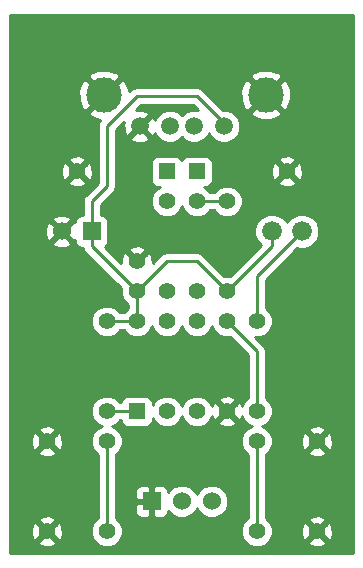
<source format=gbl>
G04 (created by PCBNEW (2013-jul-07)-stable) date Di 21 Apr 2015 15:39:39 CEST*
%MOIN*%
G04 Gerber Fmt 3.4, Leading zero omitted, Abs format*
%FSLAX34Y34*%
G01*
G70*
G90*
G04 APERTURE LIST*
%ADD10C,0.00590551*%
%ADD11R,0.06X0.06*%
%ADD12C,0.06*%
%ADD13C,0.0591*%
%ADD14C,0.1181*%
%ADD15C,0.055*%
%ADD16R,0.055X0.055*%
%ADD17C,0.066*%
%ADD18C,0.01*%
G04 APERTURE END LIST*
G54D10*
G54D11*
X26500Y-27500D03*
G54D12*
X25500Y-27500D03*
G54D13*
X28100Y-24000D03*
X29100Y-24000D03*
X29900Y-24000D03*
X30900Y-24000D03*
G54D14*
X26900Y-22950D03*
X32300Y-22950D03*
G54D15*
X34000Y-37500D03*
X32000Y-37500D03*
X34000Y-34500D03*
X32000Y-34500D03*
X25000Y-34500D03*
X27000Y-34500D03*
X25000Y-37500D03*
X27000Y-37500D03*
X30000Y-26500D03*
X30000Y-29500D03*
X29000Y-26500D03*
X29000Y-29500D03*
X31000Y-29500D03*
X31000Y-26500D03*
X27000Y-30500D03*
X27000Y-33500D03*
G54D11*
X28500Y-36500D03*
G54D12*
X29500Y-36500D03*
X30500Y-36500D03*
G54D16*
X28000Y-33500D03*
G54D15*
X29000Y-33500D03*
X30000Y-33500D03*
X31000Y-33500D03*
X31000Y-30500D03*
X30000Y-30500D03*
X29000Y-30500D03*
X28000Y-30500D03*
G54D16*
X29000Y-25500D03*
G54D15*
X26000Y-25500D03*
G54D16*
X30000Y-25500D03*
G54D15*
X33000Y-25500D03*
X28000Y-28500D03*
X28000Y-29500D03*
X32000Y-30500D03*
X32000Y-33500D03*
G54D17*
X32500Y-27500D03*
X33500Y-27500D03*
G54D18*
X26500Y-27500D02*
X26500Y-26500D01*
X30900Y-23900D02*
X30900Y-24000D01*
X30000Y-23000D02*
X30900Y-23900D01*
X28000Y-23000D02*
X30000Y-23000D01*
X27000Y-24000D02*
X28000Y-23000D01*
X27000Y-26000D02*
X27000Y-24000D01*
X26500Y-26500D02*
X27000Y-26000D01*
X26500Y-27500D02*
X26500Y-28000D01*
X26500Y-28000D02*
X28000Y-29500D01*
X28000Y-29500D02*
X29000Y-28500D01*
X30000Y-28500D02*
X31000Y-29500D01*
X29000Y-28500D02*
X30000Y-28500D01*
X28000Y-30500D02*
X28000Y-29500D01*
X27000Y-30500D02*
X28000Y-30500D01*
X32500Y-27500D02*
X32500Y-28000D01*
X32500Y-28000D02*
X31000Y-29500D01*
X30000Y-26500D02*
X31000Y-26500D01*
X32000Y-34500D02*
X32000Y-37500D01*
X27000Y-37500D02*
X27000Y-34500D01*
X32000Y-30500D02*
X32000Y-29000D01*
X32000Y-29000D02*
X33500Y-27500D01*
X32000Y-33500D02*
X32000Y-31500D01*
X32000Y-31500D02*
X31000Y-30500D01*
X27000Y-33500D02*
X28000Y-33500D01*
G54D10*
G36*
X35220Y-38220D02*
X34529Y-38220D01*
X34529Y-37575D01*
X34529Y-34575D01*
X34518Y-34367D01*
X34460Y-34227D01*
X34367Y-34202D01*
X34297Y-34273D01*
X34297Y-34132D01*
X34272Y-34039D01*
X34080Y-33971D01*
X34080Y-27385D01*
X33991Y-27171D01*
X33828Y-27008D01*
X33615Y-26920D01*
X33529Y-26920D01*
X33529Y-25575D01*
X33518Y-25367D01*
X33460Y-25227D01*
X33367Y-25202D01*
X33297Y-25273D01*
X33297Y-25132D01*
X33272Y-25039D01*
X33143Y-24993D01*
X33143Y-23101D01*
X33137Y-22766D01*
X33021Y-22487D01*
X32896Y-22424D01*
X32825Y-22495D01*
X32825Y-22353D01*
X32762Y-22228D01*
X32451Y-22106D01*
X32116Y-22112D01*
X31837Y-22228D01*
X31774Y-22353D01*
X32300Y-22879D01*
X32825Y-22353D01*
X32825Y-22495D01*
X32370Y-22950D01*
X32896Y-23475D01*
X33021Y-23412D01*
X33143Y-23101D01*
X33143Y-24993D01*
X33075Y-24970D01*
X32867Y-24981D01*
X32825Y-24998D01*
X32825Y-23546D01*
X32300Y-23020D01*
X32229Y-23091D01*
X32229Y-22950D01*
X31703Y-22424D01*
X31578Y-22487D01*
X31456Y-22798D01*
X31462Y-23133D01*
X31578Y-23412D01*
X31703Y-23475D01*
X32229Y-22950D01*
X32229Y-23091D01*
X31774Y-23546D01*
X31837Y-23671D01*
X32148Y-23793D01*
X32483Y-23787D01*
X32762Y-23671D01*
X32825Y-23546D01*
X32825Y-24998D01*
X32727Y-25039D01*
X32702Y-25132D01*
X33000Y-25429D01*
X33297Y-25132D01*
X33297Y-25273D01*
X33070Y-25500D01*
X33367Y-25797D01*
X33460Y-25772D01*
X33529Y-25575D01*
X33529Y-26920D01*
X33385Y-26919D01*
X33297Y-26956D01*
X33297Y-25867D01*
X33000Y-25570D01*
X32929Y-25641D01*
X32929Y-25500D01*
X32632Y-25202D01*
X32539Y-25227D01*
X32470Y-25424D01*
X32481Y-25632D01*
X32539Y-25772D01*
X32632Y-25797D01*
X32929Y-25500D01*
X32929Y-25641D01*
X32702Y-25867D01*
X32727Y-25960D01*
X32924Y-26029D01*
X33132Y-26018D01*
X33272Y-25960D01*
X33297Y-25867D01*
X33297Y-26956D01*
X33171Y-27008D01*
X33008Y-27171D01*
X33000Y-27191D01*
X32991Y-27171D01*
X32828Y-27008D01*
X32615Y-26920D01*
X32385Y-26919D01*
X32171Y-27008D01*
X32008Y-27171D01*
X31920Y-27384D01*
X31919Y-27614D01*
X32008Y-27828D01*
X32127Y-27948D01*
X31525Y-28550D01*
X31525Y-26396D01*
X31445Y-26203D01*
X31297Y-26055D01*
X31104Y-25975D01*
X30896Y-25974D01*
X30703Y-26054D01*
X30557Y-26200D01*
X30442Y-26200D01*
X30297Y-26055D01*
X30225Y-26025D01*
X30324Y-26025D01*
X30416Y-25987D01*
X30486Y-25916D01*
X30524Y-25824D01*
X30525Y-25725D01*
X30525Y-25175D01*
X30487Y-25083D01*
X30416Y-25013D01*
X30324Y-24975D01*
X30225Y-24974D01*
X29675Y-24974D01*
X29583Y-25012D01*
X29513Y-25083D01*
X29500Y-25114D01*
X29487Y-25083D01*
X29416Y-25013D01*
X29324Y-24975D01*
X29225Y-24974D01*
X28675Y-24974D01*
X28583Y-25012D01*
X28513Y-25083D01*
X28475Y-25175D01*
X28474Y-25274D01*
X28474Y-25824D01*
X28512Y-25916D01*
X28583Y-25986D01*
X28675Y-26024D01*
X28774Y-26025D01*
X28774Y-26025D01*
X28703Y-26054D01*
X28555Y-26202D01*
X28475Y-26395D01*
X28474Y-26603D01*
X28554Y-26797D01*
X28702Y-26944D01*
X28895Y-27024D01*
X29103Y-27025D01*
X29297Y-26945D01*
X29444Y-26797D01*
X29500Y-26664D01*
X29554Y-26797D01*
X29702Y-26944D01*
X29895Y-27024D01*
X30103Y-27025D01*
X30297Y-26945D01*
X30442Y-26800D01*
X30557Y-26800D01*
X30702Y-26944D01*
X30895Y-27024D01*
X31103Y-27025D01*
X31297Y-26945D01*
X31444Y-26797D01*
X31524Y-26604D01*
X31525Y-26396D01*
X31525Y-28550D01*
X31100Y-28975D01*
X30899Y-28974D01*
X30212Y-28287D01*
X30114Y-28222D01*
X30000Y-28200D01*
X29000Y-28200D01*
X28885Y-28222D01*
X28787Y-28287D01*
X28528Y-28547D01*
X28518Y-28367D01*
X28460Y-28227D01*
X28411Y-28214D01*
X28411Y-24382D01*
X28100Y-24070D01*
X27788Y-24382D01*
X27814Y-24477D01*
X28019Y-24550D01*
X28236Y-24539D01*
X28385Y-24477D01*
X28411Y-24382D01*
X28411Y-28214D01*
X28367Y-28202D01*
X28297Y-28273D01*
X28297Y-28132D01*
X28272Y-28039D01*
X28075Y-27970D01*
X27867Y-27981D01*
X27727Y-28039D01*
X27702Y-28132D01*
X28000Y-28429D01*
X28297Y-28132D01*
X28297Y-28273D01*
X28070Y-28500D01*
X28076Y-28505D01*
X28005Y-28576D01*
X28000Y-28570D01*
X27994Y-28576D01*
X27923Y-28505D01*
X27929Y-28500D01*
X27632Y-28202D01*
X27539Y-28227D01*
X27470Y-28424D01*
X27477Y-28552D01*
X26937Y-28013D01*
X26941Y-28012D01*
X27011Y-27941D01*
X27049Y-27849D01*
X27050Y-27750D01*
X27050Y-27150D01*
X27012Y-27058D01*
X26941Y-26988D01*
X26849Y-26950D01*
X26800Y-26950D01*
X26800Y-26624D01*
X27212Y-26212D01*
X27212Y-26212D01*
X27277Y-26114D01*
X27299Y-26000D01*
X27300Y-26000D01*
X27300Y-24124D01*
X27574Y-23849D01*
X27549Y-23919D01*
X27560Y-24136D01*
X27622Y-24285D01*
X27717Y-24311D01*
X28029Y-24000D01*
X28023Y-23994D01*
X28094Y-23923D01*
X28100Y-23929D01*
X28411Y-23617D01*
X28385Y-23522D01*
X28180Y-23449D01*
X27963Y-23460D01*
X27963Y-23460D01*
X28124Y-23300D01*
X29875Y-23300D01*
X30045Y-23469D01*
X30008Y-23454D01*
X29791Y-23454D01*
X29591Y-23537D01*
X29499Y-23628D01*
X29409Y-23537D01*
X29208Y-23454D01*
X28991Y-23454D01*
X28791Y-23537D01*
X28637Y-23690D01*
X28602Y-23775D01*
X28577Y-23714D01*
X28482Y-23688D01*
X28170Y-24000D01*
X28482Y-24311D01*
X28577Y-24285D01*
X28600Y-24220D01*
X28637Y-24308D01*
X28790Y-24462D01*
X28991Y-24545D01*
X29208Y-24545D01*
X29408Y-24462D01*
X29500Y-24371D01*
X29590Y-24462D01*
X29791Y-24545D01*
X30008Y-24545D01*
X30208Y-24462D01*
X30362Y-24309D01*
X30399Y-24218D01*
X30437Y-24308D01*
X30590Y-24462D01*
X30791Y-24545D01*
X31008Y-24545D01*
X31208Y-24462D01*
X31362Y-24309D01*
X31445Y-24108D01*
X31445Y-23891D01*
X31362Y-23691D01*
X31209Y-23537D01*
X31008Y-23454D01*
X30878Y-23454D01*
X30212Y-22787D01*
X30114Y-22722D01*
X30000Y-22700D01*
X28000Y-22700D01*
X27885Y-22722D01*
X27787Y-22787D01*
X27738Y-22837D01*
X27737Y-22766D01*
X27621Y-22487D01*
X27496Y-22424D01*
X27425Y-22495D01*
X27425Y-22353D01*
X27362Y-22228D01*
X27051Y-22106D01*
X26716Y-22112D01*
X26437Y-22228D01*
X26374Y-22353D01*
X26900Y-22879D01*
X27425Y-22353D01*
X27425Y-22495D01*
X26970Y-22950D01*
X26976Y-22955D01*
X26905Y-23026D01*
X26900Y-23020D01*
X26829Y-23091D01*
X26829Y-22950D01*
X26303Y-22424D01*
X26178Y-22487D01*
X26056Y-22798D01*
X26062Y-23133D01*
X26178Y-23412D01*
X26303Y-23475D01*
X26829Y-22950D01*
X26829Y-23091D01*
X26374Y-23546D01*
X26437Y-23671D01*
X26748Y-23793D01*
X26784Y-23792D01*
X26722Y-23885D01*
X26700Y-24000D01*
X26700Y-25875D01*
X26529Y-26045D01*
X26529Y-25575D01*
X26518Y-25367D01*
X26460Y-25227D01*
X26367Y-25202D01*
X26297Y-25273D01*
X26297Y-25132D01*
X26272Y-25039D01*
X26075Y-24970D01*
X25867Y-24981D01*
X25727Y-25039D01*
X25702Y-25132D01*
X26000Y-25429D01*
X26297Y-25132D01*
X26297Y-25273D01*
X26070Y-25500D01*
X26367Y-25797D01*
X26460Y-25772D01*
X26529Y-25575D01*
X26529Y-26045D01*
X26297Y-26278D01*
X26297Y-25867D01*
X26000Y-25570D01*
X25929Y-25641D01*
X25929Y-25500D01*
X25632Y-25202D01*
X25539Y-25227D01*
X25470Y-25424D01*
X25481Y-25632D01*
X25539Y-25772D01*
X25632Y-25797D01*
X25929Y-25500D01*
X25929Y-25641D01*
X25702Y-25867D01*
X25727Y-25960D01*
X25924Y-26029D01*
X26132Y-26018D01*
X26272Y-25960D01*
X26297Y-25867D01*
X26297Y-26278D01*
X26287Y-26287D01*
X26222Y-26385D01*
X26200Y-26500D01*
X26200Y-26949D01*
X26150Y-26949D01*
X26058Y-26987D01*
X25988Y-27058D01*
X25950Y-27150D01*
X25949Y-27203D01*
X25885Y-27184D01*
X25815Y-27255D01*
X25815Y-27114D01*
X25787Y-27018D01*
X25581Y-26945D01*
X25363Y-26956D01*
X25212Y-27018D01*
X25184Y-27114D01*
X25500Y-27429D01*
X25815Y-27114D01*
X25815Y-27255D01*
X25570Y-27500D01*
X25885Y-27815D01*
X25949Y-27796D01*
X25949Y-27849D01*
X25987Y-27941D01*
X26058Y-28011D01*
X26150Y-28049D01*
X26209Y-28050D01*
X26222Y-28114D01*
X26287Y-28212D01*
X27475Y-29399D01*
X27474Y-29603D01*
X27554Y-29797D01*
X27700Y-29942D01*
X27700Y-30057D01*
X27557Y-30200D01*
X27442Y-30200D01*
X27297Y-30055D01*
X27104Y-29975D01*
X26896Y-29974D01*
X26703Y-30054D01*
X26555Y-30202D01*
X26475Y-30395D01*
X26474Y-30603D01*
X26554Y-30797D01*
X26702Y-30944D01*
X26895Y-31024D01*
X27103Y-31025D01*
X27297Y-30945D01*
X27442Y-30800D01*
X27557Y-30800D01*
X27702Y-30944D01*
X27895Y-31024D01*
X28103Y-31025D01*
X28297Y-30945D01*
X28444Y-30797D01*
X28500Y-30664D01*
X28554Y-30797D01*
X28702Y-30944D01*
X28895Y-31024D01*
X29103Y-31025D01*
X29297Y-30945D01*
X29444Y-30797D01*
X29500Y-30664D01*
X29554Y-30797D01*
X29702Y-30944D01*
X29895Y-31024D01*
X30103Y-31025D01*
X30297Y-30945D01*
X30444Y-30797D01*
X30500Y-30664D01*
X30554Y-30797D01*
X30702Y-30944D01*
X30895Y-31024D01*
X31100Y-31025D01*
X31700Y-31624D01*
X31700Y-33057D01*
X31555Y-33202D01*
X31502Y-33328D01*
X31460Y-33227D01*
X31367Y-33202D01*
X31297Y-33273D01*
X31297Y-33132D01*
X31272Y-33039D01*
X31075Y-32970D01*
X30867Y-32981D01*
X30727Y-33039D01*
X30702Y-33132D01*
X31000Y-33429D01*
X31297Y-33132D01*
X31297Y-33273D01*
X31070Y-33500D01*
X31367Y-33797D01*
X31460Y-33772D01*
X31499Y-33662D01*
X31554Y-33797D01*
X31702Y-33944D01*
X31835Y-34000D01*
X31703Y-34054D01*
X31555Y-34202D01*
X31475Y-34395D01*
X31474Y-34603D01*
X31554Y-34797D01*
X31700Y-34942D01*
X31700Y-37057D01*
X31555Y-37202D01*
X31475Y-37395D01*
X31474Y-37603D01*
X31554Y-37797D01*
X31702Y-37944D01*
X31895Y-38024D01*
X32103Y-38025D01*
X32297Y-37945D01*
X32444Y-37797D01*
X32524Y-37604D01*
X32525Y-37396D01*
X32445Y-37203D01*
X32300Y-37057D01*
X32300Y-34942D01*
X32444Y-34797D01*
X32524Y-34604D01*
X32525Y-34396D01*
X32445Y-34203D01*
X32297Y-34055D01*
X32164Y-33999D01*
X32297Y-33945D01*
X32444Y-33797D01*
X32524Y-33604D01*
X32525Y-33396D01*
X32445Y-33203D01*
X32300Y-33057D01*
X32300Y-31500D01*
X32277Y-31385D01*
X32212Y-31287D01*
X32212Y-31287D01*
X31949Y-31024D01*
X32103Y-31025D01*
X32297Y-30945D01*
X32444Y-30797D01*
X32524Y-30604D01*
X32525Y-30396D01*
X32445Y-30203D01*
X32300Y-30057D01*
X32300Y-29124D01*
X33356Y-28068D01*
X33384Y-28079D01*
X33614Y-28080D01*
X33828Y-27991D01*
X33991Y-27828D01*
X34079Y-27615D01*
X34080Y-27385D01*
X34080Y-33971D01*
X34075Y-33970D01*
X33867Y-33981D01*
X33727Y-34039D01*
X33702Y-34132D01*
X34000Y-34429D01*
X34297Y-34132D01*
X34297Y-34273D01*
X34070Y-34500D01*
X34367Y-34797D01*
X34460Y-34772D01*
X34529Y-34575D01*
X34529Y-37575D01*
X34518Y-37367D01*
X34460Y-37227D01*
X34367Y-37202D01*
X34297Y-37273D01*
X34297Y-37132D01*
X34297Y-34867D01*
X34000Y-34570D01*
X33929Y-34641D01*
X33929Y-34500D01*
X33632Y-34202D01*
X33539Y-34227D01*
X33470Y-34424D01*
X33481Y-34632D01*
X33539Y-34772D01*
X33632Y-34797D01*
X33929Y-34500D01*
X33929Y-34641D01*
X33702Y-34867D01*
X33727Y-34960D01*
X33924Y-35029D01*
X34132Y-35018D01*
X34272Y-34960D01*
X34297Y-34867D01*
X34297Y-37132D01*
X34272Y-37039D01*
X34075Y-36970D01*
X33867Y-36981D01*
X33727Y-37039D01*
X33702Y-37132D01*
X34000Y-37429D01*
X34297Y-37132D01*
X34297Y-37273D01*
X34070Y-37500D01*
X34367Y-37797D01*
X34460Y-37772D01*
X34529Y-37575D01*
X34529Y-38220D01*
X34297Y-38220D01*
X34297Y-37867D01*
X34000Y-37570D01*
X33929Y-37641D01*
X33929Y-37500D01*
X33632Y-37202D01*
X33539Y-37227D01*
X33470Y-37424D01*
X33481Y-37632D01*
X33539Y-37772D01*
X33632Y-37797D01*
X33929Y-37500D01*
X33929Y-37641D01*
X33702Y-37867D01*
X33727Y-37960D01*
X33924Y-38029D01*
X34132Y-38018D01*
X34272Y-37960D01*
X34297Y-37867D01*
X34297Y-38220D01*
X31297Y-38220D01*
X31297Y-33867D01*
X31000Y-33570D01*
X30929Y-33641D01*
X30929Y-33500D01*
X30632Y-33202D01*
X30539Y-33227D01*
X30500Y-33337D01*
X30445Y-33203D01*
X30297Y-33055D01*
X30104Y-32975D01*
X29896Y-32974D01*
X29703Y-33054D01*
X29555Y-33202D01*
X29499Y-33335D01*
X29445Y-33203D01*
X29297Y-33055D01*
X29104Y-32975D01*
X28896Y-32974D01*
X28703Y-33054D01*
X28555Y-33202D01*
X28525Y-33274D01*
X28525Y-33175D01*
X28487Y-33083D01*
X28416Y-33013D01*
X28324Y-32975D01*
X28225Y-32974D01*
X27675Y-32974D01*
X27583Y-33012D01*
X27513Y-33083D01*
X27475Y-33175D01*
X27475Y-33200D01*
X27442Y-33200D01*
X27297Y-33055D01*
X27104Y-32975D01*
X26896Y-32974D01*
X26703Y-33054D01*
X26555Y-33202D01*
X26475Y-33395D01*
X26474Y-33603D01*
X26554Y-33797D01*
X26702Y-33944D01*
X26835Y-34000D01*
X26703Y-34054D01*
X26555Y-34202D01*
X26475Y-34395D01*
X26474Y-34603D01*
X26554Y-34797D01*
X26700Y-34942D01*
X26700Y-37057D01*
X26555Y-37202D01*
X26475Y-37395D01*
X26474Y-37603D01*
X26554Y-37797D01*
X26702Y-37944D01*
X26895Y-38024D01*
X27103Y-38025D01*
X27297Y-37945D01*
X27444Y-37797D01*
X27524Y-37604D01*
X27525Y-37396D01*
X27445Y-37203D01*
X27300Y-37057D01*
X27300Y-34942D01*
X27444Y-34797D01*
X27524Y-34604D01*
X27525Y-34396D01*
X27445Y-34203D01*
X27297Y-34055D01*
X27164Y-33999D01*
X27297Y-33945D01*
X27442Y-33800D01*
X27474Y-33800D01*
X27474Y-33824D01*
X27512Y-33916D01*
X27583Y-33986D01*
X27675Y-34024D01*
X27774Y-34025D01*
X28324Y-34025D01*
X28416Y-33987D01*
X28486Y-33916D01*
X28524Y-33824D01*
X28525Y-33725D01*
X28525Y-33725D01*
X28554Y-33797D01*
X28702Y-33944D01*
X28895Y-34024D01*
X29103Y-34025D01*
X29297Y-33945D01*
X29444Y-33797D01*
X29500Y-33664D01*
X29554Y-33797D01*
X29702Y-33944D01*
X29895Y-34024D01*
X30103Y-34025D01*
X30297Y-33945D01*
X30444Y-33797D01*
X30497Y-33671D01*
X30539Y-33772D01*
X30632Y-33797D01*
X30929Y-33500D01*
X30929Y-33641D01*
X30702Y-33867D01*
X30727Y-33960D01*
X30924Y-34029D01*
X31132Y-34018D01*
X31272Y-33960D01*
X31297Y-33867D01*
X31297Y-38220D01*
X31050Y-38220D01*
X31050Y-36391D01*
X30966Y-36188D01*
X30811Y-36034D01*
X30609Y-35950D01*
X30391Y-35949D01*
X30188Y-36033D01*
X30034Y-36188D01*
X30000Y-36269D01*
X29966Y-36188D01*
X29811Y-36034D01*
X29609Y-35950D01*
X29391Y-35949D01*
X29188Y-36033D01*
X29049Y-36172D01*
X29049Y-36150D01*
X29011Y-36058D01*
X28941Y-35987D01*
X28849Y-35949D01*
X28612Y-35950D01*
X28550Y-36012D01*
X28550Y-36450D01*
X28557Y-36450D01*
X28557Y-36550D01*
X28550Y-36550D01*
X28550Y-36987D01*
X28612Y-37050D01*
X28849Y-37050D01*
X28941Y-37012D01*
X29011Y-36941D01*
X29049Y-36849D01*
X29049Y-36827D01*
X29188Y-36965D01*
X29390Y-37049D01*
X29608Y-37050D01*
X29811Y-36966D01*
X29965Y-36811D01*
X29999Y-36730D01*
X30033Y-36811D01*
X30188Y-36965D01*
X30390Y-37049D01*
X30608Y-37050D01*
X30811Y-36966D01*
X30965Y-36811D01*
X31049Y-36609D01*
X31050Y-36391D01*
X31050Y-38220D01*
X28450Y-38220D01*
X28450Y-36987D01*
X28450Y-36550D01*
X28450Y-36450D01*
X28450Y-36012D01*
X28387Y-35950D01*
X28150Y-35949D01*
X28058Y-35987D01*
X27988Y-36058D01*
X27950Y-36150D01*
X27949Y-36249D01*
X27950Y-36387D01*
X28012Y-36450D01*
X28450Y-36450D01*
X28450Y-36550D01*
X28012Y-36550D01*
X27950Y-36612D01*
X27949Y-36750D01*
X27950Y-36849D01*
X27988Y-36941D01*
X28058Y-37012D01*
X28150Y-37050D01*
X28387Y-37050D01*
X28450Y-36987D01*
X28450Y-38220D01*
X25815Y-38220D01*
X25815Y-27885D01*
X25500Y-27570D01*
X25429Y-27641D01*
X25429Y-27500D01*
X25114Y-27184D01*
X25018Y-27212D01*
X24945Y-27418D01*
X24956Y-27636D01*
X25018Y-27787D01*
X25114Y-27815D01*
X25429Y-27500D01*
X25429Y-27641D01*
X25184Y-27885D01*
X25212Y-27981D01*
X25418Y-28054D01*
X25636Y-28043D01*
X25787Y-27981D01*
X25815Y-27885D01*
X25815Y-38220D01*
X25529Y-38220D01*
X25529Y-37575D01*
X25529Y-34575D01*
X25518Y-34367D01*
X25460Y-34227D01*
X25367Y-34202D01*
X25297Y-34273D01*
X25297Y-34132D01*
X25272Y-34039D01*
X25075Y-33970D01*
X24867Y-33981D01*
X24727Y-34039D01*
X24702Y-34132D01*
X25000Y-34429D01*
X25297Y-34132D01*
X25297Y-34273D01*
X25070Y-34500D01*
X25367Y-34797D01*
X25460Y-34772D01*
X25529Y-34575D01*
X25529Y-37575D01*
X25518Y-37367D01*
X25460Y-37227D01*
X25367Y-37202D01*
X25297Y-37273D01*
X25297Y-37132D01*
X25297Y-34867D01*
X25000Y-34570D01*
X24929Y-34641D01*
X24929Y-34500D01*
X24632Y-34202D01*
X24539Y-34227D01*
X24470Y-34424D01*
X24481Y-34632D01*
X24539Y-34772D01*
X24632Y-34797D01*
X24929Y-34500D01*
X24929Y-34641D01*
X24702Y-34867D01*
X24727Y-34960D01*
X24924Y-35029D01*
X25132Y-35018D01*
X25272Y-34960D01*
X25297Y-34867D01*
X25297Y-37132D01*
X25272Y-37039D01*
X25075Y-36970D01*
X24867Y-36981D01*
X24727Y-37039D01*
X24702Y-37132D01*
X25000Y-37429D01*
X25297Y-37132D01*
X25297Y-37273D01*
X25070Y-37500D01*
X25367Y-37797D01*
X25460Y-37772D01*
X25529Y-37575D01*
X25529Y-38220D01*
X25297Y-38220D01*
X25297Y-37867D01*
X25000Y-37570D01*
X24929Y-37641D01*
X24929Y-37500D01*
X24632Y-37202D01*
X24539Y-37227D01*
X24470Y-37424D01*
X24481Y-37632D01*
X24539Y-37772D01*
X24632Y-37797D01*
X24929Y-37500D01*
X24929Y-37641D01*
X24702Y-37867D01*
X24727Y-37960D01*
X24924Y-38029D01*
X25132Y-38018D01*
X25272Y-37960D01*
X25297Y-37867D01*
X25297Y-38220D01*
X23779Y-38220D01*
X23779Y-20279D01*
X35220Y-20279D01*
X35220Y-38220D01*
X35220Y-38220D01*
G37*
G54D18*
X35220Y-38220D02*
X34529Y-38220D01*
X34529Y-37575D01*
X34529Y-34575D01*
X34518Y-34367D01*
X34460Y-34227D01*
X34367Y-34202D01*
X34297Y-34273D01*
X34297Y-34132D01*
X34272Y-34039D01*
X34080Y-33971D01*
X34080Y-27385D01*
X33991Y-27171D01*
X33828Y-27008D01*
X33615Y-26920D01*
X33529Y-26920D01*
X33529Y-25575D01*
X33518Y-25367D01*
X33460Y-25227D01*
X33367Y-25202D01*
X33297Y-25273D01*
X33297Y-25132D01*
X33272Y-25039D01*
X33143Y-24993D01*
X33143Y-23101D01*
X33137Y-22766D01*
X33021Y-22487D01*
X32896Y-22424D01*
X32825Y-22495D01*
X32825Y-22353D01*
X32762Y-22228D01*
X32451Y-22106D01*
X32116Y-22112D01*
X31837Y-22228D01*
X31774Y-22353D01*
X32300Y-22879D01*
X32825Y-22353D01*
X32825Y-22495D01*
X32370Y-22950D01*
X32896Y-23475D01*
X33021Y-23412D01*
X33143Y-23101D01*
X33143Y-24993D01*
X33075Y-24970D01*
X32867Y-24981D01*
X32825Y-24998D01*
X32825Y-23546D01*
X32300Y-23020D01*
X32229Y-23091D01*
X32229Y-22950D01*
X31703Y-22424D01*
X31578Y-22487D01*
X31456Y-22798D01*
X31462Y-23133D01*
X31578Y-23412D01*
X31703Y-23475D01*
X32229Y-22950D01*
X32229Y-23091D01*
X31774Y-23546D01*
X31837Y-23671D01*
X32148Y-23793D01*
X32483Y-23787D01*
X32762Y-23671D01*
X32825Y-23546D01*
X32825Y-24998D01*
X32727Y-25039D01*
X32702Y-25132D01*
X33000Y-25429D01*
X33297Y-25132D01*
X33297Y-25273D01*
X33070Y-25500D01*
X33367Y-25797D01*
X33460Y-25772D01*
X33529Y-25575D01*
X33529Y-26920D01*
X33385Y-26919D01*
X33297Y-26956D01*
X33297Y-25867D01*
X33000Y-25570D01*
X32929Y-25641D01*
X32929Y-25500D01*
X32632Y-25202D01*
X32539Y-25227D01*
X32470Y-25424D01*
X32481Y-25632D01*
X32539Y-25772D01*
X32632Y-25797D01*
X32929Y-25500D01*
X32929Y-25641D01*
X32702Y-25867D01*
X32727Y-25960D01*
X32924Y-26029D01*
X33132Y-26018D01*
X33272Y-25960D01*
X33297Y-25867D01*
X33297Y-26956D01*
X33171Y-27008D01*
X33008Y-27171D01*
X33000Y-27191D01*
X32991Y-27171D01*
X32828Y-27008D01*
X32615Y-26920D01*
X32385Y-26919D01*
X32171Y-27008D01*
X32008Y-27171D01*
X31920Y-27384D01*
X31919Y-27614D01*
X32008Y-27828D01*
X32127Y-27948D01*
X31525Y-28550D01*
X31525Y-26396D01*
X31445Y-26203D01*
X31297Y-26055D01*
X31104Y-25975D01*
X30896Y-25974D01*
X30703Y-26054D01*
X30557Y-26200D01*
X30442Y-26200D01*
X30297Y-26055D01*
X30225Y-26025D01*
X30324Y-26025D01*
X30416Y-25987D01*
X30486Y-25916D01*
X30524Y-25824D01*
X30525Y-25725D01*
X30525Y-25175D01*
X30487Y-25083D01*
X30416Y-25013D01*
X30324Y-24975D01*
X30225Y-24974D01*
X29675Y-24974D01*
X29583Y-25012D01*
X29513Y-25083D01*
X29500Y-25114D01*
X29487Y-25083D01*
X29416Y-25013D01*
X29324Y-24975D01*
X29225Y-24974D01*
X28675Y-24974D01*
X28583Y-25012D01*
X28513Y-25083D01*
X28475Y-25175D01*
X28474Y-25274D01*
X28474Y-25824D01*
X28512Y-25916D01*
X28583Y-25986D01*
X28675Y-26024D01*
X28774Y-26025D01*
X28774Y-26025D01*
X28703Y-26054D01*
X28555Y-26202D01*
X28475Y-26395D01*
X28474Y-26603D01*
X28554Y-26797D01*
X28702Y-26944D01*
X28895Y-27024D01*
X29103Y-27025D01*
X29297Y-26945D01*
X29444Y-26797D01*
X29500Y-26664D01*
X29554Y-26797D01*
X29702Y-26944D01*
X29895Y-27024D01*
X30103Y-27025D01*
X30297Y-26945D01*
X30442Y-26800D01*
X30557Y-26800D01*
X30702Y-26944D01*
X30895Y-27024D01*
X31103Y-27025D01*
X31297Y-26945D01*
X31444Y-26797D01*
X31524Y-26604D01*
X31525Y-26396D01*
X31525Y-28550D01*
X31100Y-28975D01*
X30899Y-28974D01*
X30212Y-28287D01*
X30114Y-28222D01*
X30000Y-28200D01*
X29000Y-28200D01*
X28885Y-28222D01*
X28787Y-28287D01*
X28528Y-28547D01*
X28518Y-28367D01*
X28460Y-28227D01*
X28411Y-28214D01*
X28411Y-24382D01*
X28100Y-24070D01*
X27788Y-24382D01*
X27814Y-24477D01*
X28019Y-24550D01*
X28236Y-24539D01*
X28385Y-24477D01*
X28411Y-24382D01*
X28411Y-28214D01*
X28367Y-28202D01*
X28297Y-28273D01*
X28297Y-28132D01*
X28272Y-28039D01*
X28075Y-27970D01*
X27867Y-27981D01*
X27727Y-28039D01*
X27702Y-28132D01*
X28000Y-28429D01*
X28297Y-28132D01*
X28297Y-28273D01*
X28070Y-28500D01*
X28076Y-28505D01*
X28005Y-28576D01*
X28000Y-28570D01*
X27994Y-28576D01*
X27923Y-28505D01*
X27929Y-28500D01*
X27632Y-28202D01*
X27539Y-28227D01*
X27470Y-28424D01*
X27477Y-28552D01*
X26937Y-28013D01*
X26941Y-28012D01*
X27011Y-27941D01*
X27049Y-27849D01*
X27050Y-27750D01*
X27050Y-27150D01*
X27012Y-27058D01*
X26941Y-26988D01*
X26849Y-26950D01*
X26800Y-26950D01*
X26800Y-26624D01*
X27212Y-26212D01*
X27212Y-26212D01*
X27277Y-26114D01*
X27299Y-26000D01*
X27300Y-26000D01*
X27300Y-24124D01*
X27574Y-23849D01*
X27549Y-23919D01*
X27560Y-24136D01*
X27622Y-24285D01*
X27717Y-24311D01*
X28029Y-24000D01*
X28023Y-23994D01*
X28094Y-23923D01*
X28100Y-23929D01*
X28411Y-23617D01*
X28385Y-23522D01*
X28180Y-23449D01*
X27963Y-23460D01*
X27963Y-23460D01*
X28124Y-23300D01*
X29875Y-23300D01*
X30045Y-23469D01*
X30008Y-23454D01*
X29791Y-23454D01*
X29591Y-23537D01*
X29499Y-23628D01*
X29409Y-23537D01*
X29208Y-23454D01*
X28991Y-23454D01*
X28791Y-23537D01*
X28637Y-23690D01*
X28602Y-23775D01*
X28577Y-23714D01*
X28482Y-23688D01*
X28170Y-24000D01*
X28482Y-24311D01*
X28577Y-24285D01*
X28600Y-24220D01*
X28637Y-24308D01*
X28790Y-24462D01*
X28991Y-24545D01*
X29208Y-24545D01*
X29408Y-24462D01*
X29500Y-24371D01*
X29590Y-24462D01*
X29791Y-24545D01*
X30008Y-24545D01*
X30208Y-24462D01*
X30362Y-24309D01*
X30399Y-24218D01*
X30437Y-24308D01*
X30590Y-24462D01*
X30791Y-24545D01*
X31008Y-24545D01*
X31208Y-24462D01*
X31362Y-24309D01*
X31445Y-24108D01*
X31445Y-23891D01*
X31362Y-23691D01*
X31209Y-23537D01*
X31008Y-23454D01*
X30878Y-23454D01*
X30212Y-22787D01*
X30114Y-22722D01*
X30000Y-22700D01*
X28000Y-22700D01*
X27885Y-22722D01*
X27787Y-22787D01*
X27738Y-22837D01*
X27737Y-22766D01*
X27621Y-22487D01*
X27496Y-22424D01*
X27425Y-22495D01*
X27425Y-22353D01*
X27362Y-22228D01*
X27051Y-22106D01*
X26716Y-22112D01*
X26437Y-22228D01*
X26374Y-22353D01*
X26900Y-22879D01*
X27425Y-22353D01*
X27425Y-22495D01*
X26970Y-22950D01*
X26976Y-22955D01*
X26905Y-23026D01*
X26900Y-23020D01*
X26829Y-23091D01*
X26829Y-22950D01*
X26303Y-22424D01*
X26178Y-22487D01*
X26056Y-22798D01*
X26062Y-23133D01*
X26178Y-23412D01*
X26303Y-23475D01*
X26829Y-22950D01*
X26829Y-23091D01*
X26374Y-23546D01*
X26437Y-23671D01*
X26748Y-23793D01*
X26784Y-23792D01*
X26722Y-23885D01*
X26700Y-24000D01*
X26700Y-25875D01*
X26529Y-26045D01*
X26529Y-25575D01*
X26518Y-25367D01*
X26460Y-25227D01*
X26367Y-25202D01*
X26297Y-25273D01*
X26297Y-25132D01*
X26272Y-25039D01*
X26075Y-24970D01*
X25867Y-24981D01*
X25727Y-25039D01*
X25702Y-25132D01*
X26000Y-25429D01*
X26297Y-25132D01*
X26297Y-25273D01*
X26070Y-25500D01*
X26367Y-25797D01*
X26460Y-25772D01*
X26529Y-25575D01*
X26529Y-26045D01*
X26297Y-26278D01*
X26297Y-25867D01*
X26000Y-25570D01*
X25929Y-25641D01*
X25929Y-25500D01*
X25632Y-25202D01*
X25539Y-25227D01*
X25470Y-25424D01*
X25481Y-25632D01*
X25539Y-25772D01*
X25632Y-25797D01*
X25929Y-25500D01*
X25929Y-25641D01*
X25702Y-25867D01*
X25727Y-25960D01*
X25924Y-26029D01*
X26132Y-26018D01*
X26272Y-25960D01*
X26297Y-25867D01*
X26297Y-26278D01*
X26287Y-26287D01*
X26222Y-26385D01*
X26200Y-26500D01*
X26200Y-26949D01*
X26150Y-26949D01*
X26058Y-26987D01*
X25988Y-27058D01*
X25950Y-27150D01*
X25949Y-27203D01*
X25885Y-27184D01*
X25815Y-27255D01*
X25815Y-27114D01*
X25787Y-27018D01*
X25581Y-26945D01*
X25363Y-26956D01*
X25212Y-27018D01*
X25184Y-27114D01*
X25500Y-27429D01*
X25815Y-27114D01*
X25815Y-27255D01*
X25570Y-27500D01*
X25885Y-27815D01*
X25949Y-27796D01*
X25949Y-27849D01*
X25987Y-27941D01*
X26058Y-28011D01*
X26150Y-28049D01*
X26209Y-28050D01*
X26222Y-28114D01*
X26287Y-28212D01*
X27475Y-29399D01*
X27474Y-29603D01*
X27554Y-29797D01*
X27700Y-29942D01*
X27700Y-30057D01*
X27557Y-30200D01*
X27442Y-30200D01*
X27297Y-30055D01*
X27104Y-29975D01*
X26896Y-29974D01*
X26703Y-30054D01*
X26555Y-30202D01*
X26475Y-30395D01*
X26474Y-30603D01*
X26554Y-30797D01*
X26702Y-30944D01*
X26895Y-31024D01*
X27103Y-31025D01*
X27297Y-30945D01*
X27442Y-30800D01*
X27557Y-30800D01*
X27702Y-30944D01*
X27895Y-31024D01*
X28103Y-31025D01*
X28297Y-30945D01*
X28444Y-30797D01*
X28500Y-30664D01*
X28554Y-30797D01*
X28702Y-30944D01*
X28895Y-31024D01*
X29103Y-31025D01*
X29297Y-30945D01*
X29444Y-30797D01*
X29500Y-30664D01*
X29554Y-30797D01*
X29702Y-30944D01*
X29895Y-31024D01*
X30103Y-31025D01*
X30297Y-30945D01*
X30444Y-30797D01*
X30500Y-30664D01*
X30554Y-30797D01*
X30702Y-30944D01*
X30895Y-31024D01*
X31100Y-31025D01*
X31700Y-31624D01*
X31700Y-33057D01*
X31555Y-33202D01*
X31502Y-33328D01*
X31460Y-33227D01*
X31367Y-33202D01*
X31297Y-33273D01*
X31297Y-33132D01*
X31272Y-33039D01*
X31075Y-32970D01*
X30867Y-32981D01*
X30727Y-33039D01*
X30702Y-33132D01*
X31000Y-33429D01*
X31297Y-33132D01*
X31297Y-33273D01*
X31070Y-33500D01*
X31367Y-33797D01*
X31460Y-33772D01*
X31499Y-33662D01*
X31554Y-33797D01*
X31702Y-33944D01*
X31835Y-34000D01*
X31703Y-34054D01*
X31555Y-34202D01*
X31475Y-34395D01*
X31474Y-34603D01*
X31554Y-34797D01*
X31700Y-34942D01*
X31700Y-37057D01*
X31555Y-37202D01*
X31475Y-37395D01*
X31474Y-37603D01*
X31554Y-37797D01*
X31702Y-37944D01*
X31895Y-38024D01*
X32103Y-38025D01*
X32297Y-37945D01*
X32444Y-37797D01*
X32524Y-37604D01*
X32525Y-37396D01*
X32445Y-37203D01*
X32300Y-37057D01*
X32300Y-34942D01*
X32444Y-34797D01*
X32524Y-34604D01*
X32525Y-34396D01*
X32445Y-34203D01*
X32297Y-34055D01*
X32164Y-33999D01*
X32297Y-33945D01*
X32444Y-33797D01*
X32524Y-33604D01*
X32525Y-33396D01*
X32445Y-33203D01*
X32300Y-33057D01*
X32300Y-31500D01*
X32277Y-31385D01*
X32212Y-31287D01*
X32212Y-31287D01*
X31949Y-31024D01*
X32103Y-31025D01*
X32297Y-30945D01*
X32444Y-30797D01*
X32524Y-30604D01*
X32525Y-30396D01*
X32445Y-30203D01*
X32300Y-30057D01*
X32300Y-29124D01*
X33356Y-28068D01*
X33384Y-28079D01*
X33614Y-28080D01*
X33828Y-27991D01*
X33991Y-27828D01*
X34079Y-27615D01*
X34080Y-27385D01*
X34080Y-33971D01*
X34075Y-33970D01*
X33867Y-33981D01*
X33727Y-34039D01*
X33702Y-34132D01*
X34000Y-34429D01*
X34297Y-34132D01*
X34297Y-34273D01*
X34070Y-34500D01*
X34367Y-34797D01*
X34460Y-34772D01*
X34529Y-34575D01*
X34529Y-37575D01*
X34518Y-37367D01*
X34460Y-37227D01*
X34367Y-37202D01*
X34297Y-37273D01*
X34297Y-37132D01*
X34297Y-34867D01*
X34000Y-34570D01*
X33929Y-34641D01*
X33929Y-34500D01*
X33632Y-34202D01*
X33539Y-34227D01*
X33470Y-34424D01*
X33481Y-34632D01*
X33539Y-34772D01*
X33632Y-34797D01*
X33929Y-34500D01*
X33929Y-34641D01*
X33702Y-34867D01*
X33727Y-34960D01*
X33924Y-35029D01*
X34132Y-35018D01*
X34272Y-34960D01*
X34297Y-34867D01*
X34297Y-37132D01*
X34272Y-37039D01*
X34075Y-36970D01*
X33867Y-36981D01*
X33727Y-37039D01*
X33702Y-37132D01*
X34000Y-37429D01*
X34297Y-37132D01*
X34297Y-37273D01*
X34070Y-37500D01*
X34367Y-37797D01*
X34460Y-37772D01*
X34529Y-37575D01*
X34529Y-38220D01*
X34297Y-38220D01*
X34297Y-37867D01*
X34000Y-37570D01*
X33929Y-37641D01*
X33929Y-37500D01*
X33632Y-37202D01*
X33539Y-37227D01*
X33470Y-37424D01*
X33481Y-37632D01*
X33539Y-37772D01*
X33632Y-37797D01*
X33929Y-37500D01*
X33929Y-37641D01*
X33702Y-37867D01*
X33727Y-37960D01*
X33924Y-38029D01*
X34132Y-38018D01*
X34272Y-37960D01*
X34297Y-37867D01*
X34297Y-38220D01*
X31297Y-38220D01*
X31297Y-33867D01*
X31000Y-33570D01*
X30929Y-33641D01*
X30929Y-33500D01*
X30632Y-33202D01*
X30539Y-33227D01*
X30500Y-33337D01*
X30445Y-33203D01*
X30297Y-33055D01*
X30104Y-32975D01*
X29896Y-32974D01*
X29703Y-33054D01*
X29555Y-33202D01*
X29499Y-33335D01*
X29445Y-33203D01*
X29297Y-33055D01*
X29104Y-32975D01*
X28896Y-32974D01*
X28703Y-33054D01*
X28555Y-33202D01*
X28525Y-33274D01*
X28525Y-33175D01*
X28487Y-33083D01*
X28416Y-33013D01*
X28324Y-32975D01*
X28225Y-32974D01*
X27675Y-32974D01*
X27583Y-33012D01*
X27513Y-33083D01*
X27475Y-33175D01*
X27475Y-33200D01*
X27442Y-33200D01*
X27297Y-33055D01*
X27104Y-32975D01*
X26896Y-32974D01*
X26703Y-33054D01*
X26555Y-33202D01*
X26475Y-33395D01*
X26474Y-33603D01*
X26554Y-33797D01*
X26702Y-33944D01*
X26835Y-34000D01*
X26703Y-34054D01*
X26555Y-34202D01*
X26475Y-34395D01*
X26474Y-34603D01*
X26554Y-34797D01*
X26700Y-34942D01*
X26700Y-37057D01*
X26555Y-37202D01*
X26475Y-37395D01*
X26474Y-37603D01*
X26554Y-37797D01*
X26702Y-37944D01*
X26895Y-38024D01*
X27103Y-38025D01*
X27297Y-37945D01*
X27444Y-37797D01*
X27524Y-37604D01*
X27525Y-37396D01*
X27445Y-37203D01*
X27300Y-37057D01*
X27300Y-34942D01*
X27444Y-34797D01*
X27524Y-34604D01*
X27525Y-34396D01*
X27445Y-34203D01*
X27297Y-34055D01*
X27164Y-33999D01*
X27297Y-33945D01*
X27442Y-33800D01*
X27474Y-33800D01*
X27474Y-33824D01*
X27512Y-33916D01*
X27583Y-33986D01*
X27675Y-34024D01*
X27774Y-34025D01*
X28324Y-34025D01*
X28416Y-33987D01*
X28486Y-33916D01*
X28524Y-33824D01*
X28525Y-33725D01*
X28525Y-33725D01*
X28554Y-33797D01*
X28702Y-33944D01*
X28895Y-34024D01*
X29103Y-34025D01*
X29297Y-33945D01*
X29444Y-33797D01*
X29500Y-33664D01*
X29554Y-33797D01*
X29702Y-33944D01*
X29895Y-34024D01*
X30103Y-34025D01*
X30297Y-33945D01*
X30444Y-33797D01*
X30497Y-33671D01*
X30539Y-33772D01*
X30632Y-33797D01*
X30929Y-33500D01*
X30929Y-33641D01*
X30702Y-33867D01*
X30727Y-33960D01*
X30924Y-34029D01*
X31132Y-34018D01*
X31272Y-33960D01*
X31297Y-33867D01*
X31297Y-38220D01*
X31050Y-38220D01*
X31050Y-36391D01*
X30966Y-36188D01*
X30811Y-36034D01*
X30609Y-35950D01*
X30391Y-35949D01*
X30188Y-36033D01*
X30034Y-36188D01*
X30000Y-36269D01*
X29966Y-36188D01*
X29811Y-36034D01*
X29609Y-35950D01*
X29391Y-35949D01*
X29188Y-36033D01*
X29049Y-36172D01*
X29049Y-36150D01*
X29011Y-36058D01*
X28941Y-35987D01*
X28849Y-35949D01*
X28612Y-35950D01*
X28550Y-36012D01*
X28550Y-36450D01*
X28557Y-36450D01*
X28557Y-36550D01*
X28550Y-36550D01*
X28550Y-36987D01*
X28612Y-37050D01*
X28849Y-37050D01*
X28941Y-37012D01*
X29011Y-36941D01*
X29049Y-36849D01*
X29049Y-36827D01*
X29188Y-36965D01*
X29390Y-37049D01*
X29608Y-37050D01*
X29811Y-36966D01*
X29965Y-36811D01*
X29999Y-36730D01*
X30033Y-36811D01*
X30188Y-36965D01*
X30390Y-37049D01*
X30608Y-37050D01*
X30811Y-36966D01*
X30965Y-36811D01*
X31049Y-36609D01*
X31050Y-36391D01*
X31050Y-38220D01*
X28450Y-38220D01*
X28450Y-36987D01*
X28450Y-36550D01*
X28450Y-36450D01*
X28450Y-36012D01*
X28387Y-35950D01*
X28150Y-35949D01*
X28058Y-35987D01*
X27988Y-36058D01*
X27950Y-36150D01*
X27949Y-36249D01*
X27950Y-36387D01*
X28012Y-36450D01*
X28450Y-36450D01*
X28450Y-36550D01*
X28012Y-36550D01*
X27950Y-36612D01*
X27949Y-36750D01*
X27950Y-36849D01*
X27988Y-36941D01*
X28058Y-37012D01*
X28150Y-37050D01*
X28387Y-37050D01*
X28450Y-36987D01*
X28450Y-38220D01*
X25815Y-38220D01*
X25815Y-27885D01*
X25500Y-27570D01*
X25429Y-27641D01*
X25429Y-27500D01*
X25114Y-27184D01*
X25018Y-27212D01*
X24945Y-27418D01*
X24956Y-27636D01*
X25018Y-27787D01*
X25114Y-27815D01*
X25429Y-27500D01*
X25429Y-27641D01*
X25184Y-27885D01*
X25212Y-27981D01*
X25418Y-28054D01*
X25636Y-28043D01*
X25787Y-27981D01*
X25815Y-27885D01*
X25815Y-38220D01*
X25529Y-38220D01*
X25529Y-37575D01*
X25529Y-34575D01*
X25518Y-34367D01*
X25460Y-34227D01*
X25367Y-34202D01*
X25297Y-34273D01*
X25297Y-34132D01*
X25272Y-34039D01*
X25075Y-33970D01*
X24867Y-33981D01*
X24727Y-34039D01*
X24702Y-34132D01*
X25000Y-34429D01*
X25297Y-34132D01*
X25297Y-34273D01*
X25070Y-34500D01*
X25367Y-34797D01*
X25460Y-34772D01*
X25529Y-34575D01*
X25529Y-37575D01*
X25518Y-37367D01*
X25460Y-37227D01*
X25367Y-37202D01*
X25297Y-37273D01*
X25297Y-37132D01*
X25297Y-34867D01*
X25000Y-34570D01*
X24929Y-34641D01*
X24929Y-34500D01*
X24632Y-34202D01*
X24539Y-34227D01*
X24470Y-34424D01*
X24481Y-34632D01*
X24539Y-34772D01*
X24632Y-34797D01*
X24929Y-34500D01*
X24929Y-34641D01*
X24702Y-34867D01*
X24727Y-34960D01*
X24924Y-35029D01*
X25132Y-35018D01*
X25272Y-34960D01*
X25297Y-34867D01*
X25297Y-37132D01*
X25272Y-37039D01*
X25075Y-36970D01*
X24867Y-36981D01*
X24727Y-37039D01*
X24702Y-37132D01*
X25000Y-37429D01*
X25297Y-37132D01*
X25297Y-37273D01*
X25070Y-37500D01*
X25367Y-37797D01*
X25460Y-37772D01*
X25529Y-37575D01*
X25529Y-38220D01*
X25297Y-38220D01*
X25297Y-37867D01*
X25000Y-37570D01*
X24929Y-37641D01*
X24929Y-37500D01*
X24632Y-37202D01*
X24539Y-37227D01*
X24470Y-37424D01*
X24481Y-37632D01*
X24539Y-37772D01*
X24632Y-37797D01*
X24929Y-37500D01*
X24929Y-37641D01*
X24702Y-37867D01*
X24727Y-37960D01*
X24924Y-38029D01*
X25132Y-38018D01*
X25272Y-37960D01*
X25297Y-37867D01*
X25297Y-38220D01*
X23779Y-38220D01*
X23779Y-20279D01*
X35220Y-20279D01*
X35220Y-38220D01*
M02*

</source>
